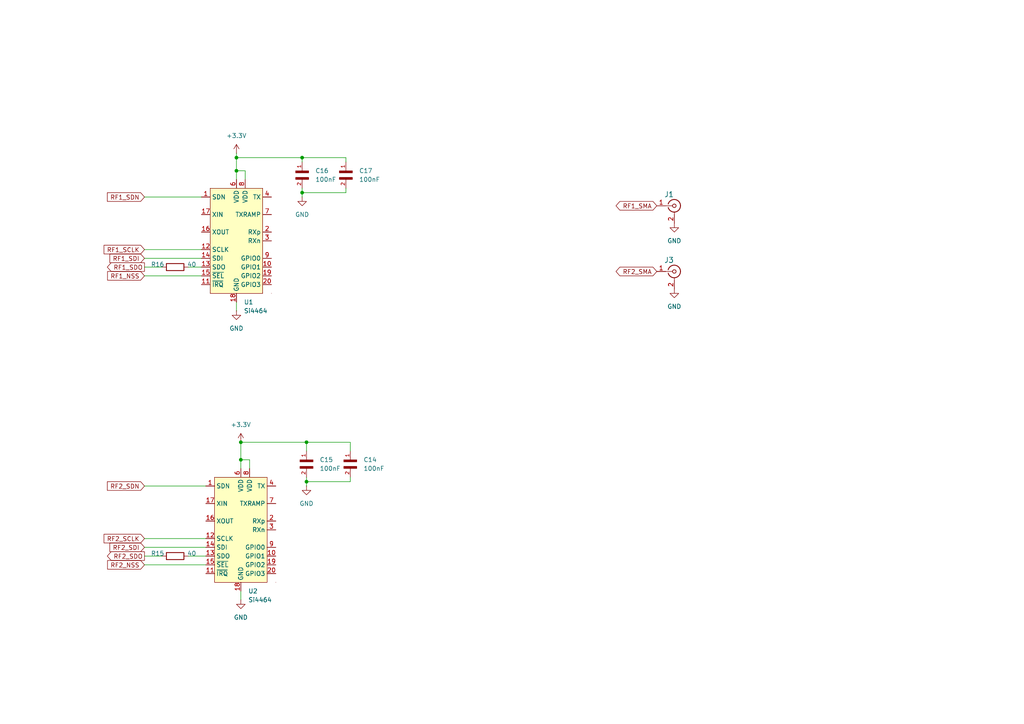
<source format=kicad_sch>
(kicad_sch (version 20250114) (generator "eeschema") (generator_version "9.0")
  (paper "A4")
  (lib_symbols
    (symbol "2025-06-23_21-27-18:132225" (pin_names (offset 0.254))
      (symbol "132225_0_1"
        (polyline (pts (xy 2.54 0) (xy 4.572 0)))
        (arc (start 6.858 0) (mid 5.302 -1.8079) (end 3.302 -0.508) (stroke (width 0.254)))
        (arc (start 3.302 0.508) (mid 5.3021 1.8084) (end 6.858 0) (stroke (width 0.254)))
        (circle (center 5.08 0) (radius 0.508) (stroke (width 0.2032)))
        (polyline (pts (xy 5.08 -2.54) (xy 5.08 -1.778)))
      )
      (symbol "132225_1_1"
        (pin passive line (at 0 0 0) (length 2.54) (name "") (number "1"))
        (pin passive line (at 5.08 -5.08 90) (length 2.54) (name "") (number "2"))
      )
      (symbol "132225_1_2"
        (polyline (pts (xy 5.08 2.54) (xy 5.08 -12.7)) (stroke (width 0.127)))
        (polyline (pts (xy 5.08 -12.7) (xy 12.7 -12.7)) (stroke (width 0.127)))
        (polyline (pts (xy 7.62 0) (xy 5.08 0)) (stroke (width 0.127)))
        (polyline (pts (xy 7.62 0) (xy 8.89 0.8467)) (stroke (width 0.127)))
        (polyline (pts (xy 7.62 0) (xy 8.89 -0.8467)) (stroke (width 0.127)))
        (polyline (pts (xy 7.62 -2.54) (xy 5.08 -2.54)) (stroke (width 0.127)))
        (polyline (pts (xy 7.62 -2.54) (xy 8.89 -1.6933)) (stroke (width 0.127)))
        (polyline (pts (xy 7.62 -2.54) (xy 8.89 -3.3867)) (stroke (width 0.127)))
        (polyline (pts (xy 7.62 -5.08) (xy 5.08 -5.08)) (stroke (width 0.127)))
        (polyline (pts (xy 7.62 -5.08) (xy 8.89 -4.2333)) (stroke (width 0.127)))
        (polyline (pts (xy 7.62 -5.08) (xy 8.89 -5.9267)) (stroke (width 0.127)))
        (polyline (pts (xy 7.62 -7.62) (xy 5.08 -7.62)) (stroke (width 0.127)))
        (polyline (pts (xy 7.62 -7.62) (xy 8.89 -6.7733)) (stroke (width 0.127)))
        (polyline (pts (xy 7.62 -7.62) (xy 8.89 -8.4667)) (stroke (width 0.127)))
        (polyline (pts (xy 7.62 -10.16) (xy 5.08 -10.16)) (stroke (width 0.127)))
        (polyline (pts (xy 7.62 -10.16) (xy 8.89 -9.3133)) (stroke (width 0.127)))
        (polyline (pts (xy 7.62 -10.16) (xy 8.89 -11.0067)) (stroke (width 0.127)))
        (polyline (pts (xy 12.7 2.54) (xy 5.08 2.54)) (stroke (width 0.127)))
        (polyline (pts (xy 12.7 -12.7) (xy 12.7 2.54)) (stroke (width 0.127)))
        (pin unspecified line (at 0 0 0) (length 5.08) (name "1") (number "1"))
        (pin unspecified line (at 0 -2.54 0) (length 5.08) (name "2") (number "2"))
        (pin unspecified line (at 0 -5.08 0) (length 5.08) (name "3") (number "3"))
        (pin unspecified line (at 0 -7.62 0) (length 5.08) (name "4") (number "4"))
        (pin unspecified line (at 0 -10.16 0) (length 5.08) (name "5") (number "5"))
      )
    )
    (symbol "C0402C104J8RACTU_10" (pin_names (offset 0.254))
      (property "Reference" "C" (at 3.81 3.81 0))
      (property "Value" "100nF" (at 3.81 -3.81 0))
      (symbol "C0402C104J8RACTU_10_0_0"
        (rectangle (start 2.54 -1.9068) (end 3.175 1.905) (stroke (width 0.1)) (fill (type outline)))
        (rectangle (start 4.4468 -1.9068) (end 5.08 1.905) (stroke (width 0.1)) (fill (type outline)))
        (pin passive line (at 0 0 0) (length 2.54) (name "~") (number "1"))
        (pin passive line (at 7.62 0 180) (length 2.54) (name "~") (number "2"))
      )
      (symbol "C0402C104J8RACTU_10_1_2"
        (polyline (pts (xy -1.905 -3.4798) (xy 1.905 -3.4798)) (stroke (width 0.2032)))
        (polyline (pts (xy -1.905 -4.1148) (xy 1.905 -4.1148)) (stroke (width 0.2032)))
        (polyline (pts (xy 0 -2.54) (xy 0 -3.4798)) (stroke (width 0.2032)))
        (polyline (pts (xy 0 -4.1148) (xy 0 -5.08)) (stroke (width 0.2032)))
        (pin unspecified line (at 0 0 270) (length 2.54) (name "") (number "1"))
        (pin unspecified line (at 0 -7.62 90) (length 2.54) (name "") (number "2"))
      )
    )
    (symbol "C0402C104J8RACTU_11" (pin_names (offset 0.254))
      (property "Reference" "C" (at 3.81 3.81 0))
      (property "Value" "100nF" (at 3.81 -3.81 0))
      (symbol "C0402C104J8RACTU_11_0_0"
        (rectangle (start 2.54 -1.9068) (end 3.175 1.905) (stroke (width 0.1)) (fill (type outline)))
        (rectangle (start 4.4468 -1.9068) (end 5.08 1.905) (stroke (width 0.1)) (fill (type outline)))
        (pin passive line (at 0 0 0) (length 2.54) (name "~") (number "1"))
        (pin passive line (at 7.62 0 180) (length 2.54) (name "~") (number "2"))
      )
      (symbol "C0402C104J8RACTU_11_1_2"
        (polyline (pts (xy -1.905 -3.4798) (xy 1.905 -3.4798)) (stroke (width 0.2032)))
        (polyline (pts (xy -1.905 -4.1148) (xy 1.905 -4.1148)) (stroke (width 0.2032)))
        (polyline (pts (xy 0 -2.54) (xy 0 -3.4798)) (stroke (width 0.2032)))
        (polyline (pts (xy 0 -4.1148) (xy 0 -5.08)) (stroke (width 0.2032)))
        (pin unspecified line (at 0 0 270) (length 2.54) (name "") (number "1"))
        (pin unspecified line (at 0 -7.62 90) (length 2.54) (name "") (number "2"))
      )
    )
    (symbol "C0402C104J8RACTU_12" (pin_names (offset 0.254))
      (property "Reference" "C" (at 3.81 3.81 0))
      (property "Value" "100nF" (at 3.81 -3.81 0))
      (symbol "C0402C104J8RACTU_12_0_0"
        (rectangle (start 2.54 -1.9068) (end 3.175 1.905) (stroke (width 0.1)) (fill (type outline)))
        (rectangle (start 4.4468 -1.9068) (end 5.08 1.905) (stroke (width 0.1)) (fill (type outline)))
        (pin passive line (at 0 0 0) (length 2.54) (name "~") (number "1"))
        (pin passive line (at 7.62 0 180) (length 2.54) (name "~") (number "2"))
      )
      (symbol "C0402C104J8RACTU_12_1_2"
        (polyline (pts (xy -1.905 -3.4798) (xy 1.905 -3.4798)) (stroke (width 0.2032)))
        (polyline (pts (xy -1.905 -4.1148) (xy 1.905 -4.1148)) (stroke (width 0.2032)))
        (polyline (pts (xy 0 -2.54) (xy 0 -3.4798)) (stroke (width 0.2032)))
        (polyline (pts (xy 0 -4.1148) (xy 0 -5.08)) (stroke (width 0.2032)))
        (pin unspecified line (at 0 0 270) (length 2.54) (name "") (number "1"))
        (pin unspecified line (at 0 -7.62 90) (length 2.54) (name "") (number "2"))
      )
    )
    (symbol "C0402C104J8RACTU_9" (pin_names (offset 0.254))
      (property "Reference" "C" (at 3.81 3.81 0))
      (property "Value" "100nF" (at 3.81 -3.81 0))
      (symbol "C0402C104J8RACTU_9_0_0"
        (rectangle (start 2.54 -1.9068) (end 3.175 1.905) (stroke (width 0.1)) (fill (type outline)))
        (rectangle (start 4.4468 -1.9068) (end 5.08 1.905) (stroke (width 0.1)) (fill (type outline)))
        (pin passive line (at 0 0 0) (length 2.54) (name "~") (number "1"))
        (pin passive line (at 7.62 0 180) (length 2.54) (name "~") (number "2"))
      )
      (symbol "C0402C104J8RACTU_9_1_2"
        (polyline (pts (xy -1.905 -3.4798) (xy 1.905 -3.4798)) (stroke (width 0.2032)))
        (polyline (pts (xy -1.905 -4.1148) (xy 1.905 -4.1148)) (stroke (width 0.2032)))
        (polyline (pts (xy 0 -2.54) (xy 0 -3.4798)) (stroke (width 0.2032)))
        (polyline (pts (xy 0 -4.1148) (xy 0 -5.08)) (stroke (width 0.2032)))
        (pin unspecified line (at 0 0 270) (length 2.54) (name "") (number "1"))
        (pin unspecified line (at 0 -7.62 90) (length 2.54) (name "") (number "2"))
      )
    )
    (symbol "Device:R" (pin_numbers (hide yes)) (pin_names (offset 0))
      (property "Reference" "R" (at 2.032 0 90))
      (property "Value" "R" (at 0 0 90))
      (symbol "R_0_1"
        (rectangle (start -1.016 -2.54) (end 1.016 2.54) (stroke (width 0.254)))
      )
      (symbol "R_1_1"
        (pin passive line (at 0 3.81 270) (length 1.27) (name "~") (number "1"))
        (pin passive line (at 0 -3.81 90) (length 1.27) (name "~") (number "2"))
      )
    )
    (symbol "RF:Si4464"
      (property "Reference" "U" (at -6.35 16.51 0))
      (property "Value" "Si4464" (at 6.35 16.51 0))
      (symbol "Si4464_0_1"
        (rectangle (start -7.62 15.24) (end 7.62 -15.24) (fill (type background)))
        (rectangle (start 10.16 -15.24) (end 10.16 -15.24))
      )
      (symbol "Si4464_1_1"
        (pin input line (at -10.16 12.7 0) (length 2.54) (name "SDN") (number "1"))
        (pin input line (at -10.16 7.62 0) (length 2.54) (name "XIN") (number "17"))
        (pin passive line (at -10.16 2.54 0) (length 2.54) (name "XOUT") (number "16"))
        (pin input line (at -10.16 -2.54 0) (length 2.54) (name "SCLK") (number "12"))
        (pin input line (at -10.16 -5.08 0) (length 2.54) (name "SDI") (number "14"))
        (pin output line (at -10.16 -7.62 0) (length 2.54) (name "SDO") (number "13"))
        (pin input line (at -10.16 -10.16 0) (length 2.54) (name "~{SEL}") (number "15"))
        (pin open_collector line (at -10.16 -12.7 0) (length 2.54) (name "~{IRQ}") (number "11"))
        (pin power_in line (at 0 17.78 270) (length 2.54) (name "VDD") (number "6"))
        (pin power_in line (at 0 -17.78 90) (length 2.54) (name "GND") (number "18"))
        (pin passive line (at 0 -17.78 90) (length 2.54) (hide yes) (name "GND") (number "21"))
        (pin power_in line (at 2.54 17.78 270) (length 2.54) (name "VDD") (number "8"))
        (pin no_connect line (at 7.62 -15.24 180) (length 2.54) (hide yes) (name "NC") (number "5"))
        (pin output line (at 10.16 12.7 180) (length 2.54) (name "TX") (number "4"))
        (pin output line (at 10.16 7.62 180) (length 2.54) (name "TXRAMP") (number "7"))
        (pin input line (at 10.16 2.54 180) (length 2.54) (name "RXp") (number "2"))
        (pin input line (at 10.16 0 180) (length 2.54) (name "RXn") (number "3"))
        (pin bidirectional line (at 10.16 -5.08 180) (length 2.54) (name "GPIO0") (number "9"))
        (pin bidirectional line (at 10.16 -7.62 180) (length 2.54) (name "GPIO1") (number "10"))
        (pin bidirectional line (at 10.16 -10.16 180) (length 2.54) (name "GPIO2") (number "19"))
        (pin bidirectional line (at 10.16 -12.7 180) (length 2.54) (name "GPIO3") (number "20"))
      )
    )
    (symbol "power:+3.3V" (power) (pin_numbers (hide yes)) (pin_names (offset 0) (hide yes))
      (property "Value" "+3.3V" (at 0 3.556 0))
      (symbol "+3.3V_0_1"
        (polyline (pts (xy -0.762 1.27) (xy 0 2.54)))
        (polyline (pts (xy 0 2.54) (xy 0.762 1.27)))
        (polyline (pts (xy 0 0) (xy 0 2.54)))
      )
      (symbol "+3.3V_1_1"
        (pin power_in line (at 0 0 90) (length 0) (name "~") (number "1"))
      )
    )
    (symbol "power:GND" (power) (pin_numbers (hide yes)) (pin_names (offset 0) (hide yes))
      (property "Value" "GND" (at 0 -3.81 0))
      (symbol "GND_0_1"
        (polyline (pts (xy 0 0) (xy 0 -1.27) (xy 1.27 -1.27) (xy 0 -2.54) (xy -1.27 -1.27) (xy 0 -1.27)))
      )
      (symbol "GND_1_1"
        (pin power_in line (at 0 0 270) (length 0) (name "~") (number "1"))
      )
    )
  )
  (junction (at 69.85 133.35))
  (junction (at 68.58 49.53))
  (junction (at 69.85 128.27))
  (junction (at 88.9 128.27))
  (junction (at 87.63 55.88))
  (junction (at 68.58 45.72))
  (junction (at 87.63 45.72))
  (junction (at 88.9 139.7))
  (wire (pts (xy 41.91 57.15) (xy 58.42 57.15)))
  (wire (pts (xy 69.85 133.35) (xy 69.85 135.89)))
  (wire (pts (xy 88.9 139.7) (xy 101.6 139.7)))
  (wire (pts (xy 88.9 139.7) (xy 88.9 140.97)))
  (wire (pts (xy 54.61 77.47) (xy 58.42 77.47)))
  (wire (pts (xy 54.61 161.29) (xy 59.69 161.29)))
  (wire (pts (xy 71.12 52.07) (xy 71.12 49.53)))
  (wire (pts (xy 69.85 128.27) (xy 69.85 133.35)))
  (wire (pts (xy 87.63 55.88) (xy 87.63 57.15)))
  (wire (pts (xy 100.33 45.72) (xy 100.33 46.99)))
  (wire (pts (xy 101.6 138.43) (xy 101.6 139.7)))
  (wire (pts (xy 41.91 77.47) (xy 46.99 77.47)))
  (wire (pts (xy 41.91 74.93) (xy 58.42 74.93)))
  (wire (pts (xy 72.39 135.89) (xy 72.39 133.35)))
  (wire (pts (xy 100.33 54.61) (xy 100.33 55.88)))
  (wire (pts (xy 41.91 161.29) (xy 46.99 161.29)))
  (wire (pts (xy 87.63 46.99) (xy 87.63 45.72)))
  (wire (pts (xy 69.85 133.35) (xy 72.39 133.35)))
  (wire (pts (xy 101.6 128.27) (xy 101.6 130.81)))
  (wire (pts (xy 68.58 45.72) (xy 68.58 49.53)))
  (wire (pts (xy 41.91 140.97) (xy 59.69 140.97)))
  (wire (pts (xy 41.91 72.39) (xy 58.42 72.39)))
  (wire (pts (xy 88.9 128.27) (xy 69.85 128.27)))
  (wire (pts (xy 87.63 45.72) (xy 100.33 45.72)))
  (wire (pts (xy 68.58 49.53) (xy 68.58 52.07)))
  (wire (pts (xy 101.6 128.27) (xy 88.9 128.27)))
  (wire (pts (xy 88.9 130.81) (xy 88.9 128.27)))
  (wire (pts (xy 71.12 49.53) (xy 68.58 49.53)))
  (wire (pts (xy 88.9 138.43) (xy 88.9 139.7)))
  (wire (pts (xy 41.91 80.01) (xy 58.42 80.01)))
  (wire (pts (xy 100.33 55.88) (xy 87.63 55.88)))
  (wire (pts (xy 41.91 156.21) (xy 59.69 156.21)))
  (wire (pts (xy 87.63 45.72) (xy 68.58 45.72)))
  (wire (pts (xy 41.91 158.75) (xy 59.69 158.75)))
  (wire (pts (xy 41.91 163.83) (xy 59.69 163.83)))
  (wire (pts (xy 68.58 45.72) (xy 68.58 44.45)))
  (wire (pts (xy 69.85 171.45) (xy 69.85 173.99)))
  (wire (pts (xy 68.58 87.63) (xy 68.58 90.17)))
  (wire (pts (xy 87.63 54.61) (xy 87.63 55.88)))
  (global_label "RF1_SDN" (shape input) (at 41.91 57.15 180) (property "Intersheetrefs" "${INTERSHEET_REFS}" (effects (hide yes))))
  (global_label "RF2_NSS" (shape input) (at 41.91 163.83 180) (property "Intersheetrefs" "${INTERSHEET_REFS}" (effects (hide yes))))
  (global_label "RF2_SDI" (shape input) (at 41.91 158.75 180) (property "Intersheetrefs" "${INTERSHEET_REFS}" (effects (hide yes))))
  (global_label "RF1_SDO" (shape output) (at 41.91 77.47 180) (property "Intersheetrefs" "${INTERSHEET_REFS}" (effects (hide yes))))
  (global_label "RF2_SCLK" (shape input) (at 41.91 156.21 180) (property "Intersheetrefs" "${INTERSHEET_REFS}" (effects (hide yes))))
  (global_label "RF1_SDI" (shape input) (at 41.91 74.93 180) (property "Intersheetrefs" "${INTERSHEET_REFS}" (effects (hide yes))))
  (global_label "RF1_SMA" (shape bidirectional) (at 190.5 59.69 180) (property "Intersheetrefs" "${INTERSHEET_REFS}" (effects (hide yes))))
  (global_label "RF1_NSS" (shape input) (at 41.91 80.01 180) (property "Intersheetrefs" "${INTERSHEET_REFS}" (effects (hide yes))))
  (global_label "RF1_SCLK" (shape input) (at 41.91 72.39 180) (property "Intersheetrefs" "${INTERSHEET_REFS}" (effects (hide yes))))
  (global_label "RF2_SDN" (shape input) (at 41.91 140.97 180) (property "Intersheetrefs" "${INTERSHEET_REFS}" (effects (hide yes))))
  (global_label "RF2_SMA" (shape bidirectional) (at 190.5 78.74 180) (property "Intersheetrefs" "${INTERSHEET_REFS}" (effects (hide yes))))
  (global_label "RF2_SDO" (shape output) (at 41.91 161.29 180) (property "Intersheetrefs" "${INTERSHEET_REFS}" (effects (hide yes))))
  (symbol (lib_id "power:GND") (at 88.9 140.97 0) (unit 1)
    (property "Reference" "#PWR029" (effects (hide yes)))
    (property "Value" "GND" (at 88.9 146.05 0))
    (property "Description" "Power symbol creates a global label with name \"GND\" , ground" (effects (hide yes)))
  )
  (symbol (lib_name "C0402C104J8RACTU_9") (lib_id "2025-06-22_21-59-05:C0402C104J8RACTU") (at 101.6 130.81 270) (unit 1)
    (property "Reference" "C14" (at 105.41 133.3499 90) (effects (justify left)))
    (property "Value" "100nF" (at 105.41 135.8899 90) (effects (justify left)))
    (property "Footprint" "C0402C104J8RACTU:CAPC10555_55N_KEM-L" (effects (hide yes)))
    (property "Datasheet" "C0402C104J8RACTU" (effects (hide yes)))
  )
  (symbol (lib_id "2025-06-23_21-27-18:132225") (at 190.5 59.69 0) (unit 1)
    (property "Reference" "J1" (at 194.056 56.388 0) (effects (font (size 1.524 1.524))))
    (property "Value" "132225" (effects (hide yes)))
    (property "Footprint" "132225:CONN_132225_AMP" (effects (hide yes)))
    (property "Datasheet" "132225" (effects (hide yes)))
  )
  (symbol (lib_id "power:GND") (at 87.63 57.15 0) (unit 1)
    (property "Reference" "#PWR030" (effects (hide yes)))
    (property "Value" "GND" (at 87.63 62.23 0))
    (property "Description" "Power symbol creates a global label with name \"GND\" , ground" (effects (hide yes)))
  )
  (symbol (lib_name "C0402C104J8RACTU_10") (lib_id "2025-06-22_21-59-05:C0402C104J8RACTU") (at 88.9 130.81 270) (unit 1)
    (property "Reference" "C15" (at 92.71 133.3499 90) (effects (justify left)))
    (property "Value" "100nF" (at 92.71 135.8899 90) (effects (justify left)))
    (property "Footprint" "C0402C104J8RACTU:CAPC10555_55N_KEM-L" (effects (hide yes)))
    (property "Datasheet" "C0402C104J8RACTU" (effects (hide yes)))
  )
  (symbol (lib_id "power:GND") (at 69.85 173.99 0) (unit 1)
    (property "Reference" "#PWR05" (effects (hide yes)))
    (property "Value" "GND" (at 69.85 179.07 0))
    (property "Description" "Power symbol creates a global label with name \"GND\" , ground" (effects (hide yes)))
  )
  (symbol (lib_id "Device:R") (at 50.8 77.47 270) (unit 1)
    (property "Reference" "R16" (at 45.72 76.708 90))
    (property "Value" "40" (at 55.626 76.708 90))
    (property "Footprint" "Resistor_SMD:R_0402_1005Metric" (effects (hide yes)))
    (property "Description" "Resistor" (effects (hide yes)))
  )
  (symbol (lib_id "RF:Si4464") (at 68.58 69.85 0) (unit 1)
    (property "Reference" "U1" (at 70.7233 87.63 0) (effects (justify left)))
    (property "Value" "Si4464" (at 70.7233 90.17 0) (effects (justify left)))
    (property "Footprint" "Package_DFN_QFN:QFN-20-1EP_4x4mm_P0.5mm_EP2.6x2.6mm_ThermalVias" (effects (hide yes)))
    (property "Datasheet" "https://www.silabs.com/documents/public/data-sheets/Si4464-63-61-60.pdf" (effects (hide yes)))
    (property "Description" "High-Performance, Low-Current Sub-GHz Transceiver, +20dBm, Banded 119-960 MHz, QFN-20" (effects (hide yes)))
  )
  (symbol (lib_id "power:+3.3V") (at 68.58 44.45 0) (unit 1)
    (property "Reference" "#PWR01" (effects (hide yes)))
    (property "Value" "+3.3V" (at 68.58 39.37 0))
    (property "Description" "Power symbol creates a global label with name \"+3.3V\"" (effects (hide yes)))
  )
  (symbol (lib_id "2025-06-23_21-27-18:132225") (at 190.5 78.74 0) (unit 1)
    (property "Reference" "J3" (at 194.056 75.438 0) (effects (font (size 1.524 1.524))))
    (property "Value" "132225" (effects (hide yes)))
    (property "Footprint" "132225:CONN_132225_AMP" (effects (hide yes)))
    (property "Datasheet" "132225" (effects (hide yes)))
  )
  (symbol (lib_id "RF:Si4464") (at 69.85 153.67 0) (unit 1)
    (property "Reference" "U2" (at 71.9933 171.45 0) (effects (justify left)))
    (property "Value" "Si4464" (at 71.9933 173.99 0) (effects (justify left)))
    (property "Footprint" "Package_DFN_QFN:QFN-20-1EP_4x4mm_P0.5mm_EP2.6x2.6mm_ThermalVias" (effects (hide yes)))
    (property "Datasheet" "https://www.silabs.com/documents/public/data-sheets/Si4464-63-61-60.pdf" (effects (hide yes)))
    (property "Description" "High-Performance, Low-Current Sub-GHz Transceiver, +20dBm, Banded 119-960 MHz, QFN-20" (effects (hide yes)))
  )
  (symbol (lib_name "C0402C104J8RACTU_12") (lib_id "2025-06-22_21-59-05:C0402C104J8RACTU") (at 100.33 46.99 270) (unit 1)
    (property "Reference" "C17" (at 104.14 49.5299 90) (effects (justify left)))
    (property "Value" "100nF" (at 104.14 52.0699 90) (effects (justify left)))
    (property "Footprint" "C0402C104J8RACTU:CAPC10555_55N_KEM-L" (effects (hide yes)))
    (property "Datasheet" "C0402C104J8RACTU" (effects (hide yes)))
  )
  (symbol (lib_id "power:GND") (at 68.58 90.17 0) (unit 1)
    (property "Reference" "#PWR06" (effects (hide yes)))
    (property "Value" "GND" (at 68.58 95.25 0))
    (property "Description" "Power symbol creates a global label with name \"GND\" , ground" (effects (hide yes)))
  )
  (symbol (lib_id "power:GND") (at 195.58 83.82 0) (unit 1)
    (property "Reference" "#PWR032" (effects (hide yes)))
    (property "Value" "GND" (at 195.58 88.9 0))
    (property "Description" "Power symbol creates a global label with name \"GND\" , ground" (effects (hide yes)))
  )
  (symbol (lib_name "C0402C104J8RACTU_11") (lib_id "2025-06-22_21-59-05:C0402C104J8RACTU") (at 87.63 46.99 270) (unit 1)
    (property "Reference" "C16" (at 91.44 49.5299 90) (effects (justify left)))
    (property "Value" "100nF" (at 91.44 52.0699 90) (effects (justify left)))
    (property "Footprint" "C0402C104J8RACTU:CAPC10555_55N_KEM-L" (effects (hide yes)))
    (property "Datasheet" "C0402C104J8RACTU" (effects (hide yes)))
  )
  (symbol (lib_id "power:GND") (at 195.58 64.77 0) (unit 1)
    (property "Reference" "#PWR031" (effects (hide yes)))
    (property "Value" "GND" (at 195.58 69.85 0))
    (property "Description" "Power symbol creates a global label with name \"GND\" , ground" (effects (hide yes)))
  )
  (symbol (lib_id "Device:R") (at 50.8 161.29 270) (unit 1)
    (property "Reference" "R15" (at 45.72 160.528 90))
    (property "Value" "40" (at 55.626 160.528 90))
    (property "Footprint" "Resistor_SMD:R_0402_1005Metric" (effects (hide yes)))
    (property "Description" "Resistor" (effects (hide yes)))
  )
  (symbol (lib_id "power:+3.3V") (at 69.85 128.27 0) (unit 1)
    (property "Reference" "#PWR02" (effects (hide yes)))
    (property "Value" "+3.3V" (at 69.85 123.19 0))
    (property "Description" "Power symbol creates a global label with name \"+3.3V\"" (effects (hide yes)))
  )
)
</source>
